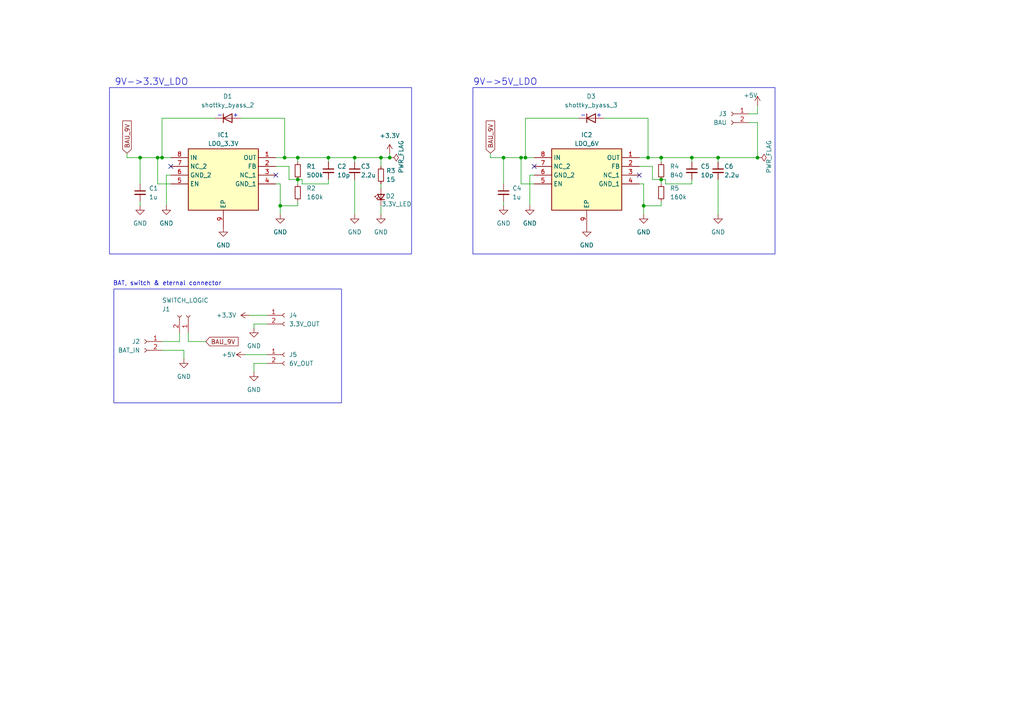
<source format=kicad_sch>
(kicad_sch (version 20250114) (generator "eeschema") (generator_version "9.0")
  (paper "A4")
  (lib_symbols
    (symbol "Connector:Conn_01x02_Socket" (pin_names (offset 1.016) (hide yes))
      (property "Reference" "J" (at 0 2.54 0))
      (property "Value" "Conn_01x02_Socket" (at 0 -5.08 0))
      (symbol "Conn_01x02_Socket_1_1"
        (polyline (pts (xy -1.27 0) (xy -0.508 0)) (stroke (width 0.1524)))
        (polyline (pts (xy -1.27 -2.54) (xy -0.508 -2.54)) (stroke (width 0.1524)))
        (arc (start 0 -0.508) (mid -0.5058 0) (end 0 0.508) (stroke (width 0.1524)))
        (arc (start 0 -3.048) (mid -0.5058 -2.54) (end 0 -2.032) (stroke (width 0.1524)))
        (pin passive line (at -5.08 0 0) (length 3.81) (name "Pin_1") (number "1"))
        (pin passive line (at -5.08 -2.54 0) (length 3.81) (name "Pin_2") (number "2"))
      )
    )
    (symbol "Device:C_Small" (pin_numbers (hide yes)) (pin_names (offset 0.254) (hide yes))
      (property "Reference" "C" (at 0.254 1.778 0))
      (property "Value" "C_Small" (at 0.254 -2.032 0))
      (symbol "C_Small_0_1"
        (polyline (pts (xy -1.524 0.508) (xy 1.524 0.508)) (stroke (width 0.3048)))
        (polyline (pts (xy -1.524 -0.508) (xy 1.524 -0.508)) (stroke (width 0.3302)))
      )
      (symbol "C_Small_1_1"
        (pin passive line (at 0 2.54 270) (length 2.032) (name "~") (number "1"))
        (pin passive line (at 0 -2.54 90) (length 2.032) (name "~") (number "2"))
      )
    )
    (symbol "Device:D" (pin_numbers (hide yes)) (pin_names (offset 1.016) (hide yes))
      (property "Reference" "D" (at 0 2.54 0))
      (property "Value" "D" (at 0 -2.54 0))
      (symbol "D_0_1"
        (polyline (pts (xy -1.27 1.27) (xy -1.27 -1.27)) (stroke (width 0.254)))
        (polyline (pts (xy 1.27 1.27) (xy 1.27 -1.27) (xy -1.27 0) (xy 1.27 1.27)) (stroke (width 0.254)))
        (polyline (pts (xy 1.27 0) (xy -1.27 0)))
      )
      (symbol "D_1_1"
        (pin passive line (at -3.81 0 0) (length 2.54) (name "K") (number "1"))
        (pin passive line (at 3.81 0 180) (length 2.54) (name "A") (number "2"))
      )
    )
    (symbol "Device:LED_Small" (pin_numbers (hide yes)) (pin_names (offset 0.254) (hide yes))
      (property "Reference" "D" (at -1.27 3.175 0))
      (property "Value" "LED_Small" (at -4.445 -2.54 0))
      (symbol "LED_Small_0_1"
        (polyline (pts (xy -0.762 -1.016) (xy -0.762 1.016)) (stroke (width 0.254)))
        (polyline (pts (xy 0 0.762) (xy -0.508 1.27) (xy -0.254 1.27) (xy -0.508 1.27) (xy -0.508 1.016)))
        (polyline (pts (xy 0.508 1.27) (xy 0 1.778) (xy 0.254 1.778) (xy 0 1.778) (xy 0 1.524)))
        (polyline (pts (xy 0.762 -1.016) (xy -0.762 0) (xy 0.762 1.016) (xy 0.762 -1.016)) (stroke (width 0.254)))
        (polyline (pts (xy 1.016 0) (xy -0.762 0)))
      )
      (symbol "LED_Small_1_1"
        (pin passive line (at -2.54 0 0) (length 1.778) (name "K") (number "1"))
        (pin passive line (at 2.54 0 180) (length 1.778) (name "A") (number "2"))
      )
    )
    (symbol "Device:R_Small" (pin_numbers (hide yes)) (pin_names (offset 0.254) (hide yes))
      (property "Reference" "R" (at 0.762 0.508 0))
      (property "Value" "R_Small" (at 0.762 -1.016 0))
      (symbol "R_Small_0_1"
        (rectangle (start -0.762 1.778) (end 0.762 -1.778) (stroke (width 0.2032)))
      )
      (symbol "R_Small_1_1"
        (pin passive line (at 0 2.54 270) (length 0.762) (name "~") (number "1"))
        (pin passive line (at 0 -2.54 90) (length 0.762) (name "~") (number "2"))
      )
    )
    (symbol "PAMI-Power_Board_specific_symbols:+3.3V" (power) (pin_numbers (hide yes)) (pin_names (offset 0) (hide yes))
      (property "Value" "+3.3V" (at 0 3.556 0))
      (symbol "+3.3V_0_1"
        (polyline (pts (xy -0.762 1.27) (xy 0 2.54)))
        (polyline (pts (xy 0 2.54) (xy 0.762 1.27)))
        (polyline (pts (xy 0 0) (xy 0 2.54)))
      )
      (symbol "+3.3V_1_1"
        (pin power_in line (at 0 0 90) (length 0) (name "~") (number "1"))
      )
    )
    (symbol "PAMI-Power_Board_specific_symbols:+6V" (power) (pin_numbers (hide yes)) (pin_names (offset 0) (hide yes))
      (property "Value" "+6V" (at 0 3.556 0))
      (symbol "+6V_0_1"
        (polyline (pts (xy -0.762 1.27) (xy 0 2.54)))
        (polyline (pts (xy 0 2.54) (xy 0.762 1.27)))
        (polyline (pts (xy 0 0) (xy 0 2.54)))
      )
      (symbol "+6V_1_1"
        (pin power_in line (at 0 0 90) (length 0) (name "~") (number "1"))
      )
    )
    (symbol "PAMI-TLV76701DGNR_LDO:TLV76701DGNR"
      (property "Reference" "IC" (at 26.67 7.62 0))
      (property "Value" "TLV76701DGNR" (at 26.67 5.08 0))
      (symbol "TLV76701DGNR_1_1"
        (rectangle (start 5.08 2.54) (end 25.4 -15.24) (stroke (width 0.254)) (fill (type background)))
        (pin passive line (at 0 0 0) (length 5.08) (name "OUT") (number "1"))
        (pin passive line (at 0 -2.54 0) (length 5.08) (name "FB") (number "2"))
        (pin passive line (at 0 -5.08 0) (length 5.08) (name "NC_1") (number "3"))
        (pin passive line (at 0 -7.62 0) (length 5.08) (name "GND_1") (number "4"))
        (pin passive line (at 15.24 -20.32 90) (length 5.08) (name "EP") (number "9"))
        (pin passive line (at 30.48 0 180) (length 5.08) (name "IN") (number "8"))
        (pin passive line (at 30.48 -2.54 180) (length 5.08) (name "NC_2") (number "7"))
        (pin passive line (at 30.48 -5.08 180) (length 5.08) (name "GND_2") (number "6"))
        (pin passive line (at 30.48 -7.62 180) (length 5.08) (name "EN") (number "5"))
      )
    )
    (symbol "power:+3.3V" (power) (pin_numbers (hide yes)) (pin_names (offset 0) (hide yes))
      (property "Value" "+3.3V" (at 0 3.556 0))
      (symbol "+3.3V_0_1"
        (polyline (pts (xy -0.762 1.27) (xy 0 2.54)))
        (polyline (pts (xy 0 2.54) (xy 0.762 1.27)))
        (polyline (pts (xy 0 0) (xy 0 2.54)))
      )
      (symbol "+3.3V_1_1"
        (pin power_in line (at 0 0 90) (length 0) (name "~") (number "1"))
      )
    )
    (symbol "power:+6V" (power) (pin_numbers (hide yes)) (pin_names (offset 0) (hide yes))
      (property "Value" "+6V" (at 0 3.556 0))
      (symbol "+6V_0_1"
        (polyline (pts (xy -0.762 1.27) (xy 0 2.54)))
        (polyline (pts (xy 0 2.54) (xy 0.762 1.27)))
        (polyline (pts (xy 0 0) (xy 0 2.54)))
      )
      (symbol "+6V_1_1"
        (pin power_in line (at 0 0 90) (length 0) (name "~") (number "1"))
      )
    )
    (symbol "power:GND" (power) (pin_numbers (hide yes)) (pin_names (offset 0) (hide yes))
      (property "Value" "GND" (at 0 -3.81 0))
      (symbol "GND_0_1"
        (polyline (pts (xy 0 0) (xy 0 -1.27) (xy 1.27 -1.27) (xy 0 -2.54) (xy -1.27 -1.27) (xy 0 -1.27)))
      )
      (symbol "GND_1_1"
        (pin power_in line (at 0 0 270) (length 0) (name "~") (number "1"))
      )
    )
    (symbol "power:PWR_FLAG" (power) (pin_numbers (hide yes)) (pin_names (offset 0) (hide yes))
      (property "Value" "PWR_FLAG" (at 0 3.81 0))
      (symbol "PWR_FLAG_0_0"
        (pin power_out line (at 0 0 90) (length 0) (name "~") (number "1"))
      )
      (symbol "PWR_FLAG_0_1"
        (polyline (pts (xy 0 0) (xy 0 1.27) (xy -1.016 1.905) (xy 0 2.54) (xy 1.016 1.905) (xy 0 1.27)))
      )
    )
  )
  (rectangle (start 33.02 83.82) (end 99.06 116.84))
  (rectangle (start 31.75 25.4) (end 119.38 73.66))
  (rectangle (start 137.16 25.4) (end 224.79 73.66))
  (text "+" (at 173.736 33.528 0) (effects (font (size 1.27 1.27))))
  (text "+" (at 68.326 33.528 0) (effects (font (size 1.27 1.27))))
  (text "9V->3.3V_LDO" (at 43.942 23.876 0) (effects (font (size 1.905 1.905))))
  (text "9V->5V_LDO" (at 146.558 23.876 0) (effects (font (size 1.905 1.905))))
  (text "-" (at 63.754 33.528 0) (effects (font (size 1.27 1.27))))
  (text "BAT, switch & eternal connector\n" (at 48.514 82.296 0) (effects (font (size 1.27 1.27))))
  (text "-" (at 169.164 33.528 0) (effects (font (size 1.27 1.27))))
  (junction (at 187.96 45.72))
  (junction (at 46.99 45.72))
  (junction (at 219.71 45.72))
  (junction (at 86.36 52.07))
  (junction (at 102.87 45.72))
  (junction (at 86.36 45.72))
  (junction (at 152.4 45.72))
  (junction (at 81.28 59.69))
  (junction (at 191.77 52.07))
  (junction (at 95.25 45.72))
  (junction (at 45.72 45.72))
  (junction (at 151.13 45.72))
  (junction (at 82.55 45.72))
  (junction (at 40.64 45.72))
  (junction (at 200.66 45.72))
  (junction (at 110.49 45.72))
  (junction (at 113.03 45.72))
  (junction (at 146.05 45.72))
  (junction (at 186.69 59.69))
  (junction (at 191.77 45.72))
  (junction (at 208.28 45.72))
  (no_connect (at 154.94 48.26))
  (no_connect (at 185.42 50.8))
  (no_connect (at 80.01 50.8))
  (no_connect (at 49.53 48.26))
  (wire (pts (xy 154.94 53.34) (xy 151.13 53.34)))
  (wire (pts (xy 86.36 52.07) (xy 83.82 52.07)))
  (wire (pts (xy 87.63 52.07) (xy 86.36 52.07)))
  (wire (pts (xy 217.17 35.56) (xy 219.71 35.56)))
  (wire (pts (xy 49.53 53.34) (xy 45.72 53.34)))
  (wire (pts (xy 152.4 45.72) (xy 154.94 45.72)))
  (wire (pts (xy 187.96 45.72) (xy 191.77 45.72)))
  (wire (pts (xy 152.4 34.29) (xy 167.64 34.29)))
  (wire (pts (xy 80.01 45.72) (xy 82.55 45.72)))
  (wire (pts (xy 54.61 96.52) (xy 54.61 99.06)))
  (wire (pts (xy 81.28 53.34) (xy 80.01 53.34)))
  (wire (pts (xy 82.55 45.72) (xy 82.55 34.29)))
  (wire (pts (xy 219.71 30.48) (xy 219.71 33.02)))
  (wire (pts (xy 46.99 99.06) (xy 52.07 99.06)))
  (wire (pts (xy 208.28 52.07) (xy 208.28 62.23)))
  (wire (pts (xy 186.69 59.69) (xy 186.69 62.23)))
  (wire (pts (xy 110.49 45.72) (xy 113.03 45.72)))
  (wire (pts (xy 219.71 35.56) (xy 219.71 45.72)))
  (wire (pts (xy 142.24 45.72) (xy 142.24 44.45)))
  (wire (pts (xy 54.61 99.06) (xy 59.69 99.06)))
  (wire (pts (xy 53.34 101.6) (xy 53.34 104.14)))
  (wire (pts (xy 191.77 53.34) (xy 191.77 52.07)))
  (wire (pts (xy 200.66 52.07) (xy 200.66 53.34)))
  (wire (pts (xy 86.36 59.69) (xy 86.36 58.42)))
  (wire (pts (xy 200.66 45.72) (xy 208.28 45.72)))
  (wire (pts (xy 217.17 33.02) (xy 219.71 33.02)))
  (wire (pts (xy 46.99 45.72) (xy 49.53 45.72)))
  (wire (pts (xy 153.67 50.8) (xy 154.94 50.8)))
  (wire (pts (xy 46.99 34.29) (xy 62.23 34.29)))
  (wire (pts (xy 189.23 52.07) (xy 189.23 48.26)))
  (wire (pts (xy 86.36 45.72) (xy 95.25 45.72)))
  (wire (pts (xy 36.83 45.72) (xy 36.83 44.45)))
  (wire (pts (xy 185.42 48.26) (xy 189.23 48.26)))
  (wire (pts (xy 73.66 105.41) (xy 73.66 107.95)))
  (wire (pts (xy 46.99 101.6) (xy 53.34 101.6)))
  (wire (pts (xy 191.77 45.72) (xy 200.66 45.72)))
  (wire (pts (xy 82.55 45.72) (xy 86.36 45.72)))
  (wire (pts (xy 110.49 53.34) (xy 110.49 54.61)))
  (wire (pts (xy 73.66 93.98) (xy 73.66 95.25)))
  (wire (pts (xy 200.66 53.34) (xy 193.04 53.34)))
  (wire (pts (xy 40.64 45.72) (xy 40.64 53.34)))
  (wire (pts (xy 110.49 59.69) (xy 110.49 62.23)))
  (wire (pts (xy 45.72 45.72) (xy 46.99 45.72)))
  (wire (pts (xy 95.25 45.72) (xy 95.25 46.99)))
  (wire (pts (xy 193.04 53.34) (xy 193.04 52.07)))
  (wire (pts (xy 45.72 53.34) (xy 45.72 45.72)))
  (wire (pts (xy 86.36 45.72) (xy 86.36 46.99)))
  (wire (pts (xy 151.13 45.72) (xy 152.4 45.72)))
  (wire (pts (xy 81.28 53.34) (xy 81.28 59.69)))
  (wire (pts (xy 87.63 53.34) (xy 87.63 52.07)))
  (wire (pts (xy 48.26 50.8) (xy 49.53 50.8)))
  (wire (pts (xy 52.07 99.06) (xy 52.07 96.52)))
  (wire (pts (xy 146.05 58.42) (xy 146.05 59.69)))
  (wire (pts (xy 81.28 59.69) (xy 86.36 59.69)))
  (wire (pts (xy 77.47 105.41) (xy 73.66 105.41)))
  (wire (pts (xy 151.13 53.34) (xy 151.13 45.72)))
  (wire (pts (xy 146.05 45.72) (xy 146.05 53.34)))
  (wire (pts (xy 191.77 45.72) (xy 191.77 46.99)))
  (wire (pts (xy 95.25 45.72) (xy 102.87 45.72)))
  (wire (pts (xy 102.87 52.07) (xy 102.87 62.23)))
  (wire (pts (xy 187.96 45.72) (xy 187.96 34.29)))
  (wire (pts (xy 110.49 45.72) (xy 110.49 48.26)))
  (wire (pts (xy 175.26 34.29) (xy 187.96 34.29)))
  (wire (pts (xy 186.69 53.34) (xy 185.42 53.34)))
  (wire (pts (xy 102.87 45.72) (xy 110.49 45.72)))
  (wire (pts (xy 208.28 45.72) (xy 219.71 45.72)))
  (wire (pts (xy 71.12 102.87) (xy 77.47 102.87)))
  (wire (pts (xy 191.77 59.69) (xy 191.77 58.42)))
  (wire (pts (xy 185.42 45.72) (xy 187.96 45.72)))
  (wire (pts (xy 40.64 45.72) (xy 45.72 45.72)))
  (wire (pts (xy 191.77 52.07) (xy 189.23 52.07)))
  (wire (pts (xy 95.25 52.07) (xy 95.25 53.34)))
  (wire (pts (xy 69.85 34.29) (xy 82.55 34.29)))
  (wire (pts (xy 146.05 45.72) (xy 151.13 45.72)))
  (wire (pts (xy 40.64 58.42) (xy 40.64 59.69)))
  (wire (pts (xy 80.01 48.26) (xy 83.82 48.26)))
  (wire (pts (xy 48.26 59.69) (xy 48.26 50.8)))
  (wire (pts (xy 77.47 93.98) (xy 73.66 93.98)))
  (wire (pts (xy 186.69 59.69) (xy 191.77 59.69)))
  (wire (pts (xy 142.24 45.72) (xy 146.05 45.72)))
  (wire (pts (xy 152.4 34.29) (xy 152.4 45.72)))
  (wire (pts (xy 36.83 45.72) (xy 40.64 45.72)))
  (wire (pts (xy 186.69 53.34) (xy 186.69 59.69)))
  (wire (pts (xy 86.36 53.34) (xy 86.36 52.07)))
  (wire (pts (xy 81.28 59.69) (xy 81.28 62.23)))
  (wire (pts (xy 72.39 91.44) (xy 77.47 91.44)))
  (wire (pts (xy 95.25 53.34) (xy 87.63 53.34)))
  (wire (pts (xy 83.82 52.07) (xy 83.82 48.26)))
  (wire (pts (xy 153.67 59.69) (xy 153.67 50.8)))
  (wire (pts (xy 113.03 44.45) (xy 113.03 45.72)))
  (wire (pts (xy 200.66 45.72) (xy 200.66 46.99)))
  (wire (pts (xy 193.04 52.07) (xy 191.77 52.07)))
  (wire (pts (xy 46.99 34.29) (xy 46.99 45.72)))
  (wire (pts (xy 208.28 45.72) (xy 208.28 46.99)))
  (wire (pts (xy 102.87 45.72) (xy 102.87 46.99)))
  (global_label "BAU_9V" (shape input) (at 142.24 44.45 90) (property "Intersheetrefs" "${INTERSHEET_REFS}" (effects (hide yes))))
  (global_label "BAU_9V" (shape input) (at 59.69 99.06 0) (property "Intersheetrefs" "${INTERSHEET_REFS}" (effects (hide yes))))
  (global_label "BAU_9V" (shape input) (at 36.83 44.45 90) (property "Intersheetrefs" "${INTERSHEET_REFS}" (effects (hide yes))))
  (symbol (lib_id "power:GND") (at 208.28 62.23 0) (unit 1)
    (property "Reference" "#PWR012" (effects (hide yes)))
    (property "Value" "GND" (at 208.28 67.31 0))
    (property "Description" "Power symbol creates a global label with name \"GND\" , ground" (effects (hide yes)))
  )
  (symbol (lib_id "Device:D") (at 171.45 34.29 0) (unit 1)
    (property "Reference" "D3" (at 171.45 27.94 0))
    (property "Value" "shottky_byass_3" (at 171.45 30.48 0))
    (property "Footprint" "Shottky_diode_BAT20JFILM:SOD2512X113N" (effects (hide yes)))
    (property "Description" "Diode" (effects (hide yes)))
    (property "Sim.Device" "D" (effects (hide yes)))
    (property "Sim.Pins" "1=K 2=A" (effects (hide yes)))
  )
  (symbol (lib_id "power:GND") (at 170.18 66.04 0) (unit 1)
    (property "Reference" "#PWR010" (effects (hide yes)))
    (property "Value" "GND" (at 170.18 71.12 0))
    (property "Description" "Power symbol creates a global label with name \"GND\" , ground" (effects (hide yes)))
  )
  (symbol (lib_id "Device:C_Small") (at 208.28 49.53 0) (unit 1)
    (property "Reference" "C6" (at 210.058 48.26 0) (effects (justify left)))
    (property "Value" "2.2u" (at 210.058 50.8 0) (effects (justify left)))
    (property "Footprint" "Capacitor_SMD:C_0805_2012Metric_Pad1.18x1.45mm_HandSolder" (effects (hide yes)))
    (property "Description" "Unpolarized capacitor, small symbol" (effects (hide yes)))
  )
  (symbol (lib_id "PAMI-TLV76701DGNR_LDO:TLV76701DGNR") (at 80.01 45.72 0) (mirror y) (unit 1)
    (property "Reference" "IC1" (at 64.77 39.116 0))
    (property "Value" "LDO_3.3V" (at 64.77 41.656 0))
    (property "Footprint" "LDO_TLV76701DGNR:SOP65P490X110-9N" (effects (hide yes)))
    (property "Datasheet" "https://www.ti.com/lit/ds/symlink/tlv767.pdf?ts=1634721803014&ref_url=https%253A%252F%252Fwww.ti.com%252Fproduct%252FTLV767" (effects (hide yes)))
    (property "Description" "Linear Voltage Regulators Adjustable- and fixed-output, 1-A, 16-V, positive-voltage low-dropout (LDO) linear regulator 8-HVSSOP -40 to 125" (effects (hide yes)))
    (property "Height" "1.1" (effects (hide yes)))
    (property "Manufacturer_Name" "Texas Instruments" (effects (hide yes)))
    (property "Manufacturer_Part_Number" "TLV76701DGNR" (effects (hide yes)))
    (property "Mouser Part Number" "595-TLV76701DGNR" (effects (hide yes)))
    (property "Mouser Price/Stock" "https://www.mouser.co.uk/ProductDetail/Texas-Instruments/TLV76701DGNR?qs=QNEnbhJQKvYlzprjZl22mQ%3D%3D" (effects (hide yes)))
    (property "Arrow Part Number" "TLV76701DGNR" (effects (hide yes)))
    (property "Arrow Price/Stock" "https://www.arrow.com/en/products/tlv76701dgnr/texas-instruments?region=nac" (effects (hide yes)))
  )
  (symbol (lib_id "PAMI-Power_Board_specific_symbols:+3.3V") (at 113.03 44.45 0) (unit 1)
    (property "Reference" "#PWR07" (effects (hide yes)))
    (property "Value" "+3.3V" (at 113.03 39.37 0))
    (property "Description" "Power symbol creates a global label with name \"+3.3V\"" (effects (hide yes)))
  )
  (symbol (lib_id "Device:R_Small") (at 110.49 50.8 0) (unit 1)
    (property "Reference" "R3" (at 112.014 49.53 0) (effects (justify left)))
    (property "Value" "15" (at 112.014 52.07 0) (effects (justify left)))
    (property "Footprint" "Resistor_SMD:R_0805_2012Metric_Pad1.20x1.40mm_HandSolder" (effects (hide yes)))
    (property "Description" "Resistor, small symbol" (effects (hide yes)))
  )
  (symbol (lib_id "power:GND") (at 102.87 62.23 0) (unit 1)
    (property "Reference" "#PWR05" (effects (hide yes)))
    (property "Value" "GND" (at 102.87 67.31 0))
    (property "Description" "Power symbol creates a global label with name \"GND\" , ground" (effects (hide yes)))
  )
  (symbol (lib_id "power:GND") (at 146.05 59.69 0) (unit 1)
    (property "Reference" "#PWR08" (effects (hide yes)))
    (property "Value" "GND" (at 146.05 64.77 0))
    (property "Description" "Power symbol creates a global label with name \"GND\" , ground" (effects (hide yes)))
  )
  (symbol (lib_id "Device:C_Small") (at 102.87 49.53 0) (unit 1)
    (property "Reference" "C3" (at 104.648 48.26 0) (effects (justify left)))
    (property "Value" "2.2u" (at 104.648 50.8 0) (effects (justify left)))
    (property "Footprint" "Capacitor_SMD:C_0805_2012Metric_Pad1.18x1.45mm_HandSolder" (effects (hide yes)))
    (property "Description" "Unpolarized capacitor, small symbol" (effects (hide yes)))
  )
  (symbol (lib_id "Connector:Conn_01x02_Socket") (at 82.55 91.44 0) (unit 1)
    (property "Reference" "J4" (at 83.82 91.4399 0) (effects (justify left)))
    (property "Value" "3.3V_OUT" (at 83.82 93.9799 0) (effects (justify left)))
    (property "Footprint" "Connector_JST:JST_XH_B2B-XH-A_1x02_P2.50mm_Vertical" (effects (hide yes)))
    (property "Description" "Generic connector, single row, 01x02, script generated" (effects (hide yes)))
  )
  (symbol (lib_id "power:GND") (at 73.66 95.25 0) (unit 1)
    (property "Reference" "#PWR019" (effects (hide yes)))
    (property "Value" "GND" (at 73.66 100.33 0))
    (property "Description" "Power symbol creates a global label with name \"GND\" , ground" (effects (hide yes)))
  )
  (symbol (lib_id "PAMI-TLV76701DGNR_LDO:TLV76701DGNR") (at 185.42 45.72 0) (mirror y) (unit 1)
    (property "Reference" "IC2" (at 170.18 39.116 0))
    (property "Value" "LDO_6V" (at 170.18 41.656 0))
    (property "Footprint" "LDO_TLV76701DGNR:SOP65P490X110-9N" (effects (hide yes)))
    (property "Datasheet" "https://www.ti.com/lit/ds/symlink/tlv767.pdf?ts=1634721803014&ref_url=https%253A%252F%252Fwww.ti.com%252Fproduct%252FTLV767" (effects (hide yes)))
    (property "Description" "Linear Voltage Regulators Adjustable- and fixed-output, 1-A, 16-V, positive-voltage low-dropout (LDO) linear regulator 8-HVSSOP -40 to 125" (effects (hide yes)))
    (property "Height" "1.1" (effects (hide yes)))
    (property "Manufacturer_Name" "Texas Instruments" (effects (hide yes)))
    (property "Manufacturer_Part_Number" "TLV76701DGNR" (effects (hide yes)))
    (property "Mouser Part Number" "595-TLV76701DGNR" (effects (hide yes)))
    (property "Mouser Price/Stock" "https://www.mouser.co.uk/ProductDetail/Texas-Instruments/TLV76701DGNR?qs=QNEnbhJQKvYlzprjZl22mQ%3D%3D" (effects (hide yes)))
    (property "Arrow Part Number" "TLV76701DGNR" (effects (hide yes)))
    (property "Arrow Price/Stock" "https://www.arrow.com/en/products/tlv76701dgnr/texas-instruments?region=nac" (effects (hide yes)))
  )
  (symbol (lib_id "Device:C_Small") (at 200.66 49.53 0) (unit 1)
    (property "Reference" "C5" (at 203.2 48.2662 0) (effects (justify left)))
    (property "Value" "10p" (at 203.2 50.8062 0) (effects (justify left)))
    (property "Footprint" "Capacitor_SMD:C_0805_2012Metric_Pad1.18x1.45mm_HandSolder" (effects (hide yes)))
    (property "Description" "Unpolarized capacitor, small symbol" (effects (hide yes)))
  )
  (symbol (lib_id "Device:C_Small") (at 40.64 55.88 0) (unit 1)
    (property "Reference" "C1" (at 43.18 54.6162 0) (effects (justify left)))
    (property "Value" "1u" (at 43.18 57.1562 0) (effects (justify left)))
    (property "Footprint" "Capacitor_SMD:C_0402_1005Metric_Pad0.74x0.62mm_HandSolder" (effects (hide yes)))
    (property "Description" "Unpolarized capacitor, small symbol" (effects (hide yes)))
  )
  (symbol (lib_id "Connector:Conn_01x02_Socket") (at 82.55 102.87 0) (unit 1)
    (property "Reference" "J5" (at 83.82 102.8699 0) (effects (justify left)))
    (property "Value" "6V_OUT" (at 83.82 105.4099 0) (effects (justify left)))
    (property "Footprint" "Connector_JST:JST_XH_B2B-XH-A_1x02_P2.50mm_Vertical" (effects (hide yes)))
    (property "Description" "Generic connector, single row, 01x02, script generated" (effects (hide yes)))
  )
  (symbol (lib_id "Device:C_Small") (at 146.05 55.88 0) (unit 1)
    (property "Reference" "C4" (at 148.59 54.6162 0) (effects (justify left)))
    (property "Value" "1u" (at 148.59 57.1562 0) (effects (justify left)))
    (property "Footprint" "Capacitor_SMD:C_0402_1005Metric_Pad0.74x0.62mm_HandSolder" (effects (hide yes)))
    (property "Description" "Unpolarized capacitor, small symbol" (effects (hide yes)))
  )
  (symbol (lib_id "power:PWR_FLAG") (at 219.71 45.72 270) (unit 1)
    (property "Reference" "#FLG02" (effects (hide yes)))
    (property "Value" "PWR_FLAG" (at 223.012 45.466 0))
    (property "Description" "Special symbol for telling ERC where power comes from" (effects (hide yes)))
  )
  (symbol (lib_id "power:PWR_FLAG") (at 113.03 45.72 270) (unit 1)
    (property "Reference" "#FLG01" (effects (hide yes)))
    (property "Value" "PWR_FLAG" (at 116.332 45.466 0))
    (property "Description" "Special symbol for telling ERC where power comes from" (effects (hide yes)))
  )
  (symbol (lib_id "Device:C_Small") (at 95.25 49.53 0) (unit 1)
    (property "Reference" "C2" (at 97.79 48.2662 0) (effects (justify left)))
    (property "Value" "10p" (at 97.79 50.8062 0) (effects (justify left)))
    (property "Footprint" "Capacitor_SMD:C_0805_2012Metric_Pad1.18x1.45mm_HandSolder" (effects (hide yes)))
    (property "Description" "Unpolarized capacitor, small symbol" (effects (hide yes)))
  )
  (symbol (lib_id "power:GND") (at 48.26 59.69 0) (unit 1)
    (property "Reference" "#PWR02" (effects (hide yes)))
    (property "Value" "GND" (at 48.26 64.77 0))
    (property "Description" "Power symbol creates a global label with name \"GND\" , ground" (effects (hide yes)))
  )
  (symbol (lib_id "Device:D") (at 66.04 34.29 0) (unit 1)
    (property "Reference" "D1" (at 66.04 27.94 0))
    (property "Value" "shottky_byass_2" (at 66.04 30.48 0))
    (property "Footprint" "Shottky_diode_BAT20JFILM:SOD2512X113N" (effects (hide yes)))
    (property "Description" "Diode" (effects (hide yes)))
    (property "Sim.Device" "D" (effects (hide yes)))
    (property "Sim.Pins" "1=K 2=A" (effects (hide yes)))
  )
  (symbol (lib_id "power:GND") (at 53.34 104.14 0) (unit 1)
    (property "Reference" "#PWR015" (effects (hide yes)))
    (property "Value" "GND" (at 53.34 109.22 0))
    (property "Description" "Power symbol creates a global label with name \"GND\" , ground" (effects (hide yes)))
  )
  (symbol (lib_id "Device:R_Small") (at 191.77 55.88 0) (unit 1)
    (property "Reference" "R5" (at 194.31 54.6099 0) (effects (justify left)))
    (property "Value" "160k" (at 194.31 57.1499 0) (effects (justify left)))
    (property "Footprint" "Resistor_SMD:R_0805_2012Metric_Pad1.20x1.40mm_HandSolder" (effects (hide yes)))
    (property "Description" "Resistor, small symbol" (effects (hide yes)))
  )
  (symbol (lib_id "power:GND") (at 153.67 59.69 0) (unit 1)
    (property "Reference" "#PWR09" (effects (hide yes)))
    (property "Value" "GND" (at 153.67 64.77 0))
    (property "Description" "Power symbol creates a global label with name \"GND\" , ground" (effects (hide yes)))
  )
  (symbol (lib_id "Device:R_Small") (at 86.36 49.53 0) (unit 1)
    (property "Reference" "R1" (at 88.9 48.2599 0) (effects (justify left)))
    (property "Value" "500k" (at 88.9 50.7999 0) (effects (justify left)))
    (property "Footprint" "Resistor_SMD:R_0805_2012Metric_Pad1.20x1.40mm_HandSolder" (effects (hide yes)))
    (property "Description" "Resistor, small symbol" (effects (hide yes)))
  )
  (symbol (lib_id "power:GND") (at 186.69 62.23 0) (unit 1)
    (property "Reference" "#PWR011" (effects (hide yes)))
    (property "Value" "GND" (at 186.69 67.31 0))
    (property "Description" "Power symbol creates a global label with name \"GND\" , ground" (effects (hide yes)))
  )
  (symbol (lib_id "power:GND") (at 73.66 107.95 0) (unit 1)
    (property "Reference" "#PWR020" (effects (hide yes)))
    (property "Value" "GND" (at 73.66 113.03 0))
    (property "Description" "Power symbol creates a global label with name \"GND\" , ground" (effects (hide yes)))
  )
  (symbol (lib_id "power:GND") (at 110.49 62.23 0) (unit 1)
    (property "Reference" "#PWR06" (effects (hide yes)))
    (property "Value" "GND" (at 110.49 67.31 0))
    (property "Description" "Power symbol creates a global label with name \"GND\" , ground" (effects (hide yes)))
  )
  (symbol (lib_id "power:+6V") (at 71.12 102.87 90) (unit 1)
    (property "Reference" "#PWR018" (effects (hide yes)))
    (property "Value" "+5V" (at 66.294 102.87 90))
    (property "Description" "Power symbol creates a global label with name \"+6V\"" (effects (hide yes)))
  )
  (symbol (lib_id "Device:R_Small") (at 191.77 49.53 0) (unit 1)
    (property "Reference" "R4" (at 194.31 48.2599 0) (effects (justify left)))
    (property "Value" "840" (at 194.31 50.7999 0) (effects (justify left)))
    (property "Footprint" "Resistor_SMD:R_0805_2012Metric_Pad1.20x1.40mm_HandSolder" (effects (hide yes)))
    (property "Description" "Resistor, small symbol" (effects (hide yes)))
  )
  (symbol (lib_id "Connector:Conn_01x02_Socket") (at 41.91 99.06 0) (mirror y) (unit 1)
    (property "Reference" "J2" (at 40.64 99.0599 0) (effects (justify left)))
    (property "Value" "BAT_IN" (at 40.64 101.5999 0) (effects (justify left)))
    (property "Footprint" "Connector_JST:JST_XH_B2B-XH-A_1x02_P2.50mm_Vertical" (effects (hide yes)))
    (property "Description" "Generic connector, single row, 01x02, script generated" (effects (hide yes)))
  )
  (symbol (lib_id "power:GND") (at 81.28 62.23 0) (unit 1)
    (property "Reference" "#PWR04" (effects (hide yes)))
    (property "Value" "GND" (at 81.28 67.31 0))
    (property "Description" "Power symbol creates a global label with name \"GND\" , ground" (effects (hide yes)))
  )
  (symbol (lib_id "power:+3.3V") (at 72.39 91.44 90) (unit 1)
    (property "Reference" "#PWR017" (effects (hide yes)))
    (property "Value" "+3.3V" (at 68.58 91.4399 90) (effects (justify left)))
    (property "Description" "Power symbol creates a global label with name \"+3.3V\"" (effects (hide yes)))
  )
  (symbol (lib_id "power:GND") (at 64.77 66.04 0) (unit 1)
    (property "Reference" "#PWR03" (effects (hide yes)))
    (property "Value" "GND" (at 64.77 71.12 0))
    (property "Description" "Power symbol creates a global label with name \"GND\" , ground" (effects (hide yes)))
  )
  (symbol (lib_id "Device:LED_Small") (at 110.49 57.15 90) (unit 1)
    (property "Reference" "D2" (at 114.554 56.896 90) (effects (justify left)))
    (property "Value" "3.3V_LED" (at 119.38 59.182 90) (effects (justify left)))
    (property "Footprint" "LEDs_ASCKCG00-NW5X5020302:ASCKCG00NW5X5020302" (effects (hide yes)))
    (property "Description" "Light emitting diode, small symbol" (effects (hide yes)))
  )
  (symbol (lib_id "PAMI-Power_Board_specific_symbols:+6V") (at 219.71 30.48 0) (unit 1)
    (property "Reference" "#PWR014" (effects (hide yes)))
    (property "Value" "+5V" (at 217.678 27.686 0))
    (property "Description" "Power symbol creates a global label with name \"+6V\"" (effects (hide yes)))
  )
  (symbol (lib_id "Connector:Conn_01x02_Socket") (at 54.61 91.44 270) (mirror x) (unit 1)
    (property "Reference" "J1" (at 46.99 89.662 90) (effects (justify left)))
    (property "Value" "SWITCH_LOGIC" (at 46.99 87.122 90) (effects (justify left)))
    (property "Footprint" "Connector_JST:JST_XH_B2B-XH-A_1x02_P2.50mm_Vertical" (effects (hide yes)))
    (property "Description" "Generic connector, single row, 01x02, script generated" (effects (hide yes)))
  )
  (symbol (lib_id "Device:R_Small") (at 86.36 55.88 0) (unit 1)
    (property "Reference" "R2" (at 88.9 54.6099 0) (effects (justify left)))
    (property "Value" "160k" (at 88.9 57.1499 0) (effects (justify left)))
    (property "Footprint" "Resistor_SMD:R_0805_2012Metric_Pad1.20x1.40mm_HandSolder" (effects (hide yes)))
    (property "Description" "Resistor, small symbol" (effects (hide yes)))
  )
  (symbol (lib_id "Connector:Conn_01x02_Socket") (at 212.09 33.02 0) (mirror y) (unit 1)
    (property "Reference" "J3" (at 210.82 33.0199 0) (effects (justify left)))
    (property "Value" "BAU" (at 210.82 35.5599 0) (effects (justify left)))
    (property "Footprint" "Connector_JST:JST_XH_B2B-XH-A_1x02_P2.50mm_Vertical" (effects (hide yes)))
    (property "Description" "Generic connector, single row, 01x02, script generated" (effects (hide yes)))
  )
  (symbol (lib_id "power:GND") (at 40.64 59.69 0) (unit 1)
    (property "Reference" "#PWR01" (effects (hide yes)))
    (property "Value" "GND" (at 40.64 64.77 0))
    (property "Description" "Power symbol creates a global label with name \"GND\" , ground" (effects (hide yes)))
  )
)
</source>
